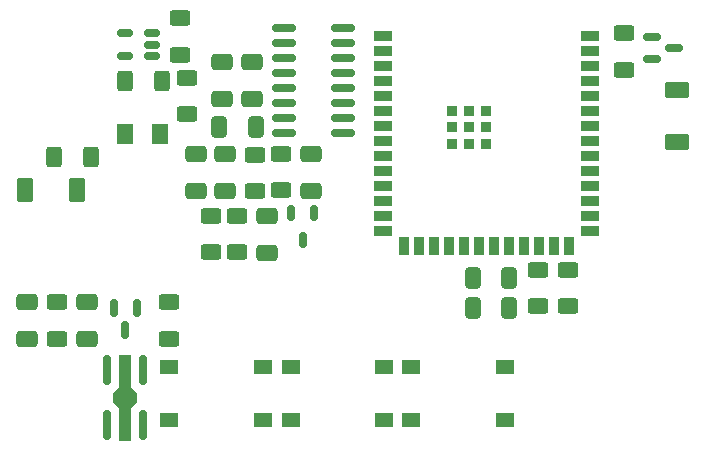
<source format=gtp>
%TF.GenerationSoftware,KiCad,Pcbnew,8.0.5*%
%TF.CreationDate,2024-12-20T12:43:02-05:00*%
%TF.ProjectId,coffee-scale,636f6666-6565-42d7-9363-616c652e6b69,rev?*%
%TF.SameCoordinates,Original*%
%TF.FileFunction,Paste,Top*%
%TF.FilePolarity,Positive*%
%FSLAX46Y46*%
G04 Gerber Fmt 4.6, Leading zero omitted, Abs format (unit mm)*
G04 Created by KiCad (PCBNEW 8.0.5) date 2024-12-20 12:43:02*
%MOMM*%
%LPD*%
G01*
G04 APERTURE LIST*
G04 Aperture macros list*
%AMRoundRect*
0 Rectangle with rounded corners*
0 $1 Rounding radius*
0 $2 $3 $4 $5 $6 $7 $8 $9 X,Y pos of 4 corners*
0 Add a 4 corners polygon primitive as box body*
4,1,4,$2,$3,$4,$5,$6,$7,$8,$9,$2,$3,0*
0 Add four circle primitives for the rounded corners*
1,1,$1+$1,$2,$3*
1,1,$1+$1,$4,$5*
1,1,$1+$1,$6,$7*
1,1,$1+$1,$8,$9*
0 Add four rect primitives between the rounded corners*
20,1,$1+$1,$2,$3,$4,$5,0*
20,1,$1+$1,$4,$5,$6,$7,0*
20,1,$1+$1,$6,$7,$8,$9,0*
20,1,$1+$1,$8,$9,$2,$3,0*%
%AMFreePoly0*
4,1,13,0.900000,0.500000,3.600000,0.500000,3.600000,-0.500000,0.900000,-0.500000,0.400000,-1.000000,-0.400000,-1.000000,-0.900000,-0.500000,-3.600000,-0.500000,-3.600000,0.500000,-0.900000,0.500000,-0.400000,1.000000,0.400000,1.000000,0.900000,0.500000,0.900000,0.500000,$1*%
G04 Aperture macros list end*
%ADD10RoundRect,0.150000X-0.150000X0.512500X-0.150000X-0.512500X0.150000X-0.512500X0.150000X0.512500X0*%
%ADD11RoundRect,0.250000X-0.800000X0.450000X-0.800000X-0.450000X0.800000X-0.450000X0.800000X0.450000X0*%
%ADD12RoundRect,0.250000X-0.625000X0.400000X-0.625000X-0.400000X0.625000X-0.400000X0.625000X0.400000X0*%
%ADD13RoundRect,0.250000X-0.412500X-0.650000X0.412500X-0.650000X0.412500X0.650000X-0.412500X0.650000X0*%
%ADD14RoundRect,0.250000X-0.450000X-0.800000X0.450000X-0.800000X0.450000X0.800000X-0.450000X0.800000X0*%
%ADD15RoundRect,0.150000X-0.850000X-0.150000X0.850000X-0.150000X0.850000X0.150000X-0.850000X0.150000X0*%
%ADD16RoundRect,0.175000X0.175000X-1.075000X0.175000X1.075000X-0.175000X1.075000X-0.175000X-1.075000X0*%
%ADD17FreePoly0,90.000000*%
%ADD18RoundRect,0.250000X-0.400000X-0.625000X0.400000X-0.625000X0.400000X0.625000X-0.400000X0.625000X0*%
%ADD19RoundRect,0.150000X0.512500X0.150000X-0.512500X0.150000X-0.512500X-0.150000X0.512500X-0.150000X0*%
%ADD20RoundRect,0.250000X0.625000X-0.400000X0.625000X0.400000X-0.625000X0.400000X-0.625000X-0.400000X0*%
%ADD21RoundRect,0.250000X0.650000X-0.412500X0.650000X0.412500X-0.650000X0.412500X-0.650000X-0.412500X0*%
%ADD22RoundRect,0.150000X-0.587500X-0.150000X0.587500X-0.150000X0.587500X0.150000X-0.587500X0.150000X0*%
%ADD23RoundRect,0.250001X0.462499X0.624999X-0.462499X0.624999X-0.462499X-0.624999X0.462499X-0.624999X0*%
%ADD24R,1.550000X1.300000*%
%ADD25RoundRect,0.250000X-0.650000X0.412500X-0.650000X-0.412500X0.650000X-0.412500X0.650000X0.412500X0*%
%ADD26RoundRect,0.150000X-0.150000X0.587500X-0.150000X-0.587500X0.150000X-0.587500X0.150000X0.587500X0*%
%ADD27RoundRect,0.250000X0.412500X0.650000X-0.412500X0.650000X-0.412500X-0.650000X0.412500X-0.650000X0*%
%ADD28R,0.900000X0.900000*%
%ADD29R,1.500000X0.900000*%
%ADD30R,0.900000X1.500000*%
G04 APERTURE END LIST*
D10*
%TO.C,Q2*%
X153750000Y-115750000D03*
X151850000Y-115750000D03*
X152800000Y-118025000D03*
%TD*%
D11*
%TO.C,D4*%
X184500000Y-105300000D03*
X184500000Y-109700000D03*
%TD*%
D12*
%TO.C,R4*%
X142380000Y-99200000D03*
X142380000Y-102300000D03*
%TD*%
D13*
%TO.C,C11*%
X167187500Y-121250000D03*
X170312500Y-121250000D03*
%TD*%
D12*
%TO.C,R1*%
X132000000Y-123250000D03*
X132000000Y-126350000D03*
%TD*%
%TO.C,R7*%
X151000000Y-110700000D03*
X151000000Y-113800000D03*
%TD*%
%TO.C,R2*%
X141500000Y-123250000D03*
X141500000Y-126350000D03*
%TD*%
D14*
%TO.C,D1*%
X129300000Y-113750000D03*
X133700000Y-113750000D03*
%TD*%
D15*
%TO.C,U2*%
X151250000Y-100055000D03*
X151250000Y-101325000D03*
X151250000Y-102595000D03*
X151250000Y-103865000D03*
X151250000Y-105135000D03*
X151250000Y-106405000D03*
X151250000Y-107675000D03*
X151250000Y-108945000D03*
X156250000Y-108945000D03*
X156250000Y-107675000D03*
X156250000Y-106405000D03*
X156250000Y-105135000D03*
X156250000Y-103865000D03*
X156250000Y-102595000D03*
X156250000Y-101325000D03*
X156250000Y-100055000D03*
%TD*%
D16*
%TO.C,U4*%
X136250000Y-133700000D03*
D17*
X137750000Y-131350000D03*
D16*
X139250000Y-133700000D03*
X139250000Y-129000000D03*
X136250000Y-129000000D03*
%TD*%
D18*
%TO.C,R9*%
X131750000Y-111000000D03*
X134850000Y-111000000D03*
%TD*%
D19*
%TO.C,U3*%
X140025000Y-102400000D03*
X140025000Y-101450000D03*
X140025000Y-100500000D03*
X137750000Y-100500000D03*
X137750000Y-102400000D03*
%TD*%
D20*
%TO.C,R6*%
X145000000Y-119050000D03*
X145000000Y-115950000D03*
%TD*%
%TO.C,R8*%
X148750000Y-113875000D03*
X148750000Y-110775000D03*
%TD*%
D21*
%TO.C,C2*%
X134500000Y-126375000D03*
X134500000Y-123250000D03*
%TD*%
D22*
%TO.C,Q3*%
X182375000Y-100800000D03*
X182375000Y-102700000D03*
X184250000Y-101750000D03*
%TD*%
D23*
%TO.C,D2*%
X140725000Y-109000000D03*
X137750000Y-109000000D03*
%TD*%
D21*
%TO.C,C9*%
X146250000Y-113875000D03*
X146250000Y-110750000D03*
%TD*%
D24*
%TO.C,SW3*%
X162000000Y-128750000D03*
X169950000Y-128750000D03*
X162000000Y-133250000D03*
X169950000Y-133250000D03*
%TD*%
D25*
%TO.C,C6*%
X146000000Y-102937500D03*
X146000000Y-106062500D03*
%TD*%
D24*
%TO.C,SW1*%
X141525000Y-128750000D03*
X149475000Y-128750000D03*
X141525000Y-133250000D03*
X149475000Y-133250000D03*
%TD*%
%TO.C,SW2*%
X151775000Y-128750000D03*
X159725000Y-128750000D03*
X151775000Y-133250000D03*
X159725000Y-133250000D03*
%TD*%
D20*
%TO.C,R11*%
X180000000Y-103600000D03*
X180000000Y-100500000D03*
%TD*%
D18*
%TO.C,R10*%
X137750000Y-104500000D03*
X140850000Y-104500000D03*
%TD*%
D21*
%TO.C,C4*%
X153500000Y-113812500D03*
X153500000Y-110687500D03*
%TD*%
D20*
%TO.C,R3*%
X143000000Y-107350000D03*
X143000000Y-104250000D03*
%TD*%
%TO.C,R5*%
X147250000Y-119050000D03*
X147250000Y-115950000D03*
%TD*%
D26*
%TO.C,Q1*%
X138750000Y-123750000D03*
X136850000Y-123750000D03*
X137800000Y-125625000D03*
%TD*%
D27*
%TO.C,C10*%
X170312500Y-123750000D03*
X167187500Y-123750000D03*
%TD*%
D28*
%TO.C,U1*%
X165485000Y-107060000D03*
X165485000Y-108460000D03*
X165485000Y-109860000D03*
X166885000Y-107060000D03*
X166885000Y-108460000D03*
X166885000Y-109860000D03*
X168285000Y-107060000D03*
X168285000Y-108460000D03*
X168285000Y-109860000D03*
D29*
X159635000Y-100740000D03*
X159635000Y-102010000D03*
X159635000Y-103280000D03*
X159635000Y-104550000D03*
X159635000Y-105820000D03*
X159635000Y-107090000D03*
X159635000Y-108360000D03*
X159635000Y-109630000D03*
X159635000Y-110900000D03*
X159635000Y-112170000D03*
X159635000Y-113440000D03*
X159635000Y-114710000D03*
X159635000Y-115980000D03*
X159635000Y-117250000D03*
D30*
X161400000Y-118500000D03*
X162670000Y-118500000D03*
X163940000Y-118500000D03*
X165210000Y-118500000D03*
X166480000Y-118500000D03*
X167750000Y-118500000D03*
X169020000Y-118500000D03*
X170290000Y-118500000D03*
X171560000Y-118500000D03*
X172830000Y-118500000D03*
X174100000Y-118500000D03*
X175370000Y-118500000D03*
D29*
X177135000Y-117250000D03*
X177135000Y-115980000D03*
X177135000Y-114710000D03*
X177135000Y-113440000D03*
X177135000Y-112170000D03*
X177135000Y-110900000D03*
X177135000Y-109630000D03*
X177135000Y-108360000D03*
X177135000Y-107090000D03*
X177135000Y-105820000D03*
X177135000Y-104550000D03*
X177135000Y-103280000D03*
X177135000Y-102010000D03*
X177135000Y-100740000D03*
%TD*%
D12*
%TO.C,R12*%
X172750000Y-120500000D03*
X172750000Y-123600000D03*
%TD*%
D20*
%TO.C,R13*%
X175250000Y-123600000D03*
X175250000Y-120500000D03*
%TD*%
D25*
%TO.C,C1*%
X129500000Y-123250000D03*
X129500000Y-126375000D03*
%TD*%
%TO.C,C7*%
X149750000Y-115937500D03*
X149750000Y-119062500D03*
%TD*%
%TO.C,C8*%
X143750000Y-110750000D03*
X143750000Y-113875000D03*
%TD*%
%TO.C,C5*%
X148500000Y-102937500D03*
X148500000Y-106062500D03*
%TD*%
D13*
%TO.C,C3*%
X145687500Y-108437500D03*
X148812500Y-108437500D03*
%TD*%
M02*

</source>
